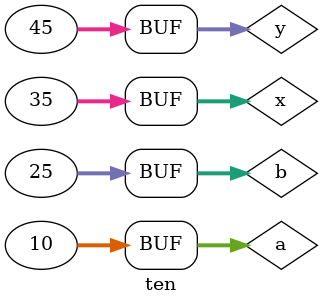
<source format=sv>
/* Blocking Statements : It blocks the execution of the next statement until the completition of current assignment execution. */

// Example 1: 
module top;
int a,b;
initial begin	
	a = 10;
    b = 20;
    
    $display("\t Before Assignment : Vaue of a is %0d", a);
     $display("\t Before Assignment : Vaue of b is %0d", b);
     
  a = b;
  b = 25;
  $display ("\t After Assignment : Vcalue of a is :",a);
  $display ("\t After Assignment : Vcalue of b is :",b);
end 
endmodule

//Example 2 :


module ten;
  int a,b;
  int x,y;
  
  initial begin
    a = 10;
    b=25;
    
    $display("\t Value of a Before : ",a);
    $display("\t Value of b Before : ",b);
    
    x = a+b;
    y =a+b+10;
    
    $display("\t Value of x : ",x);
    $display("\t Value of y : ",y);
  end 
endmodule
</source>
